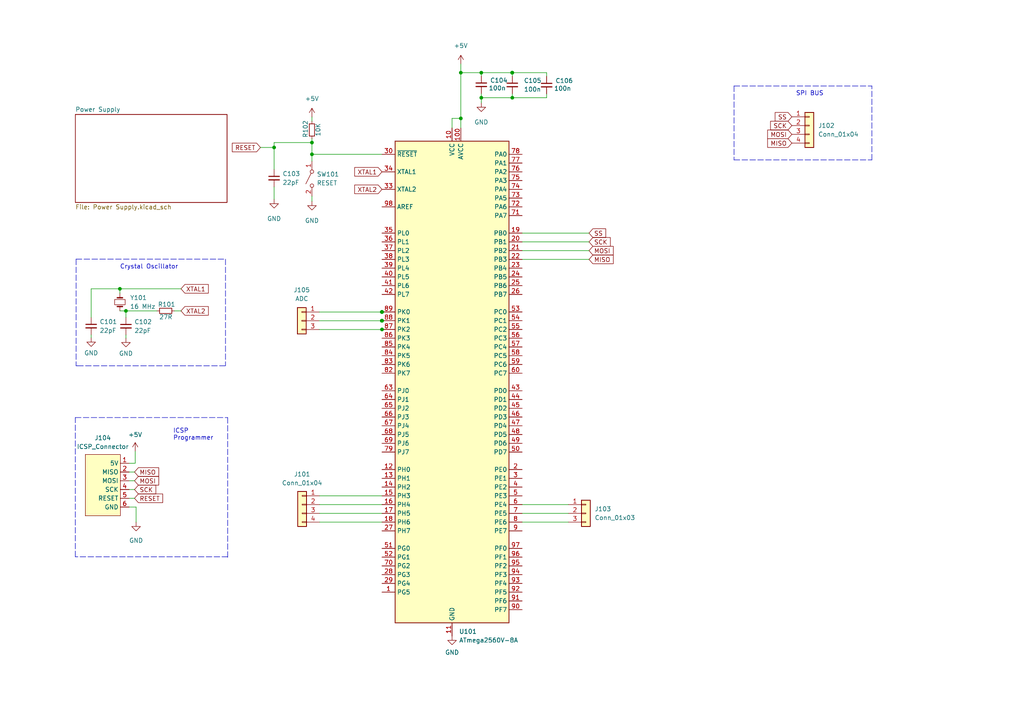
<source format=kicad_sch>
(kicad_sch (version 20211123) (generator eeschema)
  (paper "A4")
  (lib_symbols
    (symbol "Connector_Generic:Conn_01x03" (pin_names (offset 1.016) hide)
      (property "Reference" "J" (at 0 5.08 0))
      (property "Value" "Conn_01x03" (at 0 -5.08 0))
      (symbol "Conn_01x03_1_1"
        (rectangle (start -1.27 -2.413) (end 0 -2.667) (stroke (width 0.1524)))
        (rectangle (start -1.27 0.127) (end 0 -0.127) (stroke (width 0.1524)))
        (rectangle (start -1.27 2.667) (end 0 2.413) (stroke (width 0.1524)))
        (rectangle (start -1.27 3.81) (end 1.27 -3.81) (stroke (width 0.254)) (fill (type background)))
        (pin passive line (at -5.08 2.54 0) (length 3.81) (name "Pin_1") (number "1"))
        (pin passive line (at -5.08 0 0) (length 3.81) (name "Pin_2") (number "2"))
        (pin passive line (at -5.08 -2.54 0) (length 3.81) (name "Pin_3") (number "3"))
      )
    )
    (symbol "Connector_Generic:Conn_01x04" (pin_names (offset 1.016) hide)
      (property "Reference" "J" (at 0 5.08 0))
      (property "Value" "Conn_01x04" (at 0 -7.62 0))
      (symbol "Conn_01x04_1_1"
        (rectangle (start -1.27 -4.953) (end 0 -5.207) (stroke (width 0.1524)))
        (rectangle (start -1.27 -2.413) (end 0 -2.667) (stroke (width 0.1524)))
        (rectangle (start -1.27 0.127) (end 0 -0.127) (stroke (width 0.1524)))
        (rectangle (start -1.27 2.667) (end 0 2.413) (stroke (width 0.1524)))
        (rectangle (start -1.27 3.81) (end 1.27 -6.35) (stroke (width 0.254)) (fill (type background)))
        (pin passive line (at -5.08 2.54 0) (length 3.81) (name "Pin_1") (number "1"))
        (pin passive line (at -5.08 0 0) (length 3.81) (name "Pin_2") (number "2"))
        (pin passive line (at -5.08 -2.54 0) (length 3.81) (name "Pin_3") (number "3"))
        (pin passive line (at -5.08 -5.08 0) (length 3.81) (name "Pin_4") (number "4"))
      )
    )
    (symbol "Device:C_Small" (pin_numbers hide) (pin_names (offset 0.254) hide)
      (property "Reference" "C" (at 0.254 1.778 0))
      (property "Value" "C_Small" (at 0.254 -2.032 0))
      (symbol "C_Small_0_1"
        (polyline (pts (xy -1.524 -0.508) (xy 1.524 -0.508)) (stroke (width 0.3302)))
        (polyline (pts (xy -1.524 0.508) (xy 1.524 0.508)) (stroke (width 0.3048)))
      )
      (symbol "C_Small_1_1"
        (pin passive line (at 0 2.54 270) (length 2.032) (name "~") (number "1"))
        (pin passive line (at 0 -2.54 90) (length 2.032) (name "~") (number "2"))
      )
    )
    (symbol "Device:Crystal_Small" (pin_numbers hide) (pin_names (offset 1.016) hide)
      (property "Reference" "Y" (at 0 2.54 0))
      (property "Value" "Crystal_Small" (at 0 -2.54 0))
      (symbol "Crystal_Small_0_1"
        (rectangle (start -0.762 -1.524) (end 0.762 1.524))
        (polyline (pts (xy -1.27 -0.762) (xy -1.27 0.762)) (stroke (width 0.381)))
        (polyline (pts (xy 1.27 -0.762) (xy 1.27 0.762)) (stroke (width 0.381)))
      )
      (symbol "Crystal_Small_1_1"
        (pin passive line (at -2.54 0 0) (length 1.27) (name "1") (number "1"))
        (pin passive line (at 2.54 0 180) (length 1.27) (name "2") (number "2"))
      )
    )
    (symbol "Device:R_Small" (pin_numbers hide) (pin_names (offset 0.254) hide)
      (property "Reference" "R" (at 0.762 0.508 0))
      (property "Value" "R_Small" (at 0.762 -1.016 0))
      (symbol "R_Small_0_1"
        (rectangle (start -0.762 1.778) (end 0.762 -1.778) (stroke (width 0.2032)))
      )
      (symbol "R_Small_1_1"
        (pin passive line (at 0 2.54 270) (length 0.762) (name "~") (number "1"))
        (pin passive line (at 0 -2.54 90) (length 0.762) (name "~") (number "2"))
      )
    )
    (symbol "MCU_Microchip_ATmega:ATmega2560V-8A"
      (property "Reference" "U" (at 0 1.27 0))
      (property "Value" "ATmega2560V-8A" (at 0 -1.27 0))
      (symbol "ATmega2560V-8A_0_1"
        (rectangle (start -16.51 -69.85) (end 16.51 69.85) (stroke (width 0.254)) (fill (type background)))
      )
      (symbol "ATmega2560V-8A_1_1"
        (pin bidirectional line (at -20.32 -60.96 0) (length 3.81) (name "PG5") (number "1"))
        (pin power_in line (at 0 73.66 270) (length 3.81) (name "VCC") (number "10"))
        (pin power_in line (at 2.54 73.66 270) (length 3.81) (name "AVCC") (number "100"))
        (pin power_in line (at 0 -73.66 90) (length 3.81) (name "GND") (number "11"))
        (pin bidirectional line (at -20.32 -25.4 0) (length 3.81) (name "PH0") (number "12"))
        (pin bidirectional line (at -20.32 -27.94 0) (length 3.81) (name "PH1") (number "13"))
        (pin bidirectional line (at -20.32 -30.48 0) (length 3.81) (name "PH2") (number "14"))
        (pin bidirectional line (at -20.32 -33.02 0) (length 3.81) (name "PH3") (number "15"))
        (pin bidirectional line (at -20.32 -35.56 0) (length 3.81) (name "PH4") (number "16"))
        (pin bidirectional line (at -20.32 -38.1 0) (length 3.81) (name "PH5") (number "17"))
        (pin bidirectional line (at -20.32 -40.64 0) (length 3.81) (name "PH6") (number "18"))
        (pin bidirectional line (at 20.32 43.18 180) (length 3.81) (name "PB0") (number "19"))
        (pin bidirectional line (at 20.32 -25.4 180) (length 3.81) (name "PE0") (number "2"))
        (pin bidirectional line (at 20.32 40.64 180) (length 3.81) (name "PB1") (number "20"))
        (pin bidirectional line (at 20.32 38.1 180) (length 3.81) (name "PB2") (number "21"))
        (pin bidirectional line (at 20.32 35.56 180) (length 3.81) (name "PB3") (number "22"))
        (pin bidirectional line (at 20.32 33.02 180) (length 3.81) (name "PB4") (number "23"))
        (pin bidirectional line (at 20.32 30.48 180) (length 3.81) (name "PB5") (number "24"))
        (pin bidirectional line (at 20.32 27.94 180) (length 3.81) (name "PB6") (number "25"))
        (pin bidirectional line (at 20.32 25.4 180) (length 3.81) (name "PB7") (number "26"))
        (pin bidirectional line (at -20.32 -43.18 0) (length 3.81) (name "PH7") (number "27"))
        (pin bidirectional line (at -20.32 -55.88 0) (length 3.81) (name "PG3") (number "28"))
        (pin bidirectional line (at -20.32 -58.42 0) (length 3.81) (name "PG4") (number "29"))
        (pin bidirectional line (at 20.32 -27.94 180) (length 3.81) (name "PE1") (number "3"))
        (pin input line (at -20.32 66.04 0) (length 3.81) (name "~{RESET}") (number "30"))
        (pin passive line (at 0 73.66 270) (length 3.81) hide (name "VCC") (number "31"))
        (pin passive line (at 0 -73.66 90) (length 3.81) hide (name "GND") (number "32"))
        (pin output line (at -20.32 55.88 0) (length 3.81) (name "XTAL2") (number "33"))
        (pin input line (at -20.32 60.96 0) (length 3.81) (name "XTAL1") (number "34"))
        (pin bidirectional line (at -20.32 43.18 0) (length 3.81) (name "PL0") (number "35"))
        (pin bidirectional line (at -20.32 40.64 0) (length 3.81) (name "PL1") (number "36"))
        (pin bidirectional line (at -20.32 38.1 0) (length 3.81) (name "PL2") (number "37"))
        (pin bidirectional line (at -20.32 35.56 0) (length 3.81) (name "PL3") (number "38"))
        (pin bidirectional line (at -20.32 33.02 0) (length 3.81) (name "PL4") (number "39"))
        (pin bidirectional line (at 20.32 -30.48 180) (length 3.81) (name "PE2") (number "4"))
        (pin bidirectional line (at -20.32 30.48 0) (length 3.81) (name "PL5") (number "40"))
        (pin bidirectional line (at -20.32 27.94 0) (length 3.81) (name "PL6") (number "41"))
        (pin bidirectional line (at -20.32 25.4 0) (length 3.81) (name "PL7") (number "42"))
        (pin bidirectional line (at 20.32 -2.54 180) (length 3.81) (name "PD0") (number "43"))
        (pin bidirectional line (at 20.32 -5.08 180) (length 3.81) (name "PD1") (number "44"))
        (pin bidirectional line (at 20.32 -7.62 180) (length 3.81) (name "PD2") (number "45"))
        (pin bidirectional line (at 20.32 -10.16 180) (length 3.81) (name "PD3") (number "46"))
        (pin bidirectional line (at 20.32 -12.7 180) (length 3.81) (name "PD4") (number "47"))
        (pin bidirectional line (at 20.32 -15.24 180) (length 3.81) (name "PD5") (number "48"))
        (pin bidirectional line (at 20.32 -17.78 180) (length 3.81) (name "PD6") (number "49"))
        (pin bidirectional line (at 20.32 -33.02 180) (length 3.81) (name "PE3") (number "5"))
        (pin bidirectional line (at 20.32 -20.32 180) (length 3.81) (name "PD7") (number "50"))
        (pin bidirectional line (at -20.32 -48.26 0) (length 3.81) (name "PG0") (number "51"))
        (pin bidirectional line (at -20.32 -50.8 0) (length 3.81) (name "PG1") (number "52"))
        (pin bidirectional line (at 20.32 20.32 180) (length 3.81) (name "PC0") (number "53"))
        (pin bidirectional line (at 20.32 17.78 180) (length 3.81) (name "PC1") (number "54"))
        (pin bidirectional line (at 20.32 15.24 180) (length 3.81) (name "PC2") (number "55"))
        (pin bidirectional line (at 20.32 12.7 180) (length 3.81) (name "PC3") (number "56"))
        (pin bidirectional line (at 20.32 10.16 180) (length 3.81) (name "PC4") (number "57"))
        (pin bidirectional line (at 20.32 7.62 180) (length 3.81) (name "PC5") (number "58"))
        (pin bidirectional line (at 20.32 5.08 180) (length 3.81) (name "PC6") (number "59"))
        (pin bidirectional line (at 20.32 -35.56 180) (length 3.81) (name "PE4") (number "6"))
        (pin bidirectional line (at 20.32 2.54 180) (length 3.81) (name "PC7") (number "60"))
        (pin passive line (at 0 73.66 270) (length 3.81) hide (name "VCC") (number "61"))
        (pin passive line (at 0 -73.66 90) (length 3.81) hide (name "GND") (number "62"))
        (pin bidirectional line (at -20.32 -2.54 0) (length 3.81) (name "PJ0") (number "63"))
        (pin bidirectional line (at -20.32 -5.08 0) (length 3.81) (name "PJ1") (number "64"))
        (pin bidirectional line (at -20.32 -7.62 0) (length 3.81) (name "PJ2") (number "65"))
        (pin bidirectional line (at -20.32 -10.16 0) (length 3.81) (name "PJ3") (number "66"))
        (pin bidirectional line (at -20.32 -12.7 0) (length 3.81) (name "PJ4") (number "67"))
        (pin bidirectional line (at -20.32 -15.24 0) (length 3.81) (name "PJ5") (number "68"))
        (pin bidirectional line (at -20.32 -17.78 0) (length 3.81) (name "PJ6") (number "69"))
        (pin bidirectional line (at 20.32 -38.1 180) (length 3.81) (name "PE5") (number "7"))
        (pin bidirectional line (at -20.32 -53.34 0) (length 3.81) (name "PG2") (number "70"))
        (pin bidirectional line (at 20.32 48.26 180) (length 3.81) (name "PA7") (number "71"))
        (pin bidirectional line (at 20.32 50.8 180) (length 3.81) (name "PA6") (number "72"))
        (pin bidirectional line (at 20.32 53.34 180) (length 3.81) (name "PA5") (number "73"))
        (pin bidirectional line (at 20.32 55.88 180) (length 3.81) (name "PA4") (number "74"))
        (pin bidirectional line (at 20.32 58.42 180) (length 3.81) (name "PA3") (number "75"))
        (pin bidirectional line (at 20.32 60.96 180) (length 3.81) (name "PA2") (number "76"))
        (pin bidirectional line (at 20.32 63.5 180) (length 3.81) (name "PA1") (number "77"))
        (pin bidirectional line (at 20.32 66.04 180) (length 3.81) (name "PA0") (number "78"))
        (pin bidirectional line (at -20.32 -20.32 0) (length 3.81) (name "PJ7") (number "79"))
        (pin bidirectional line (at 20.32 -40.64 180) (length 3.81) (name "PE6") (number "8"))
        (pin passive line (at 0 73.66 270) (length 3.81) hide (name "VCC") (number "80"))
        (pin passive line (at 0 -73.66 90) (length 3.81) hide (name "GND") (number "81"))
        (pin bidirectional line (at -20.32 2.54 0) (length 3.81) (name "PK7") (number "82"))
        (pin bidirectional line (at -20.32 5.08 0) (length 3.81) (name "PK6") (number "83"))
        (pin bidirectional line (at -20.32 7.62 0) (length 3.81) (name "PK5") (number "84"))
        (pin bidirectional line (at -20.32 10.16 0) (length 3.81) (name "PK4") (number "85"))
        (pin bidirectional line (at -20.32 12.7 0) (length 3.81) (name "PK3") (number "86"))
        (pin bidirectional line (at -20.32 15.24 0) (length 3.81) (name "PK2") (number "87"))
        (pin bidirectional line (at -20.32 17.78 0) (length 3.81) (name "PK1") (number "88"))
        (pin bidirectional line (at -20.32 20.32 0) (length 3.81) (name "PK0") (number "89"))
        (pin bidirectional line (at 20.32 -43.18 180) (length 3.81) (name "PE7") (number "9"))
        (pin bidirectional line (at 20.32 -66.04 180) (length 3.81) (name "PF7") (number "90"))
        (pin bidirectional line (at 20.32 -63.5 180) (length 3.81) (name "PF6") (number "91"))
        (pin bidirectional line (at 20.32 -60.96 180) (length 3.81) (name "PF5") (number "92"))
        (pin bidirectional line (at 20.32 -58.42 180) (length 3.81) (name "PF4") (number "93"))
        (pin bidirectional line (at 20.32 -55.88 180) (length 3.81) (name "PF3") (number "94"))
        (pin bidirectional line (at 20.32 -53.34 180) (length 3.81) (name "PF2") (number "95"))
        (pin bidirectional line (at 20.32 -50.8 180) (length 3.81) (name "PF1") (number "96"))
        (pin bidirectional line (at 20.32 -48.26 180) (length 3.81) (name "PF0") (number "97"))
        (pin passive line (at -20.32 50.8 0) (length 3.81) (name "AREF") (number "98"))
        (pin passive line (at 0 -73.66 90) (length 3.81) hide (name "GND") (number "99"))
      )
    )
    (symbol "Switch:SW_SPST" (pin_names (offset 0) hide)
      (property "Reference" "SW" (at 0 3.175 0))
      (property "Value" "SW_SPST" (at 0 -2.54 0))
      (symbol "SW_SPST_0_0"
        (circle (center -2.032 0) (radius 0.508))
        (polyline (pts (xy -1.524 0.254) (xy 1.524 1.778)))
        (circle (center 2.032 0) (radius 0.508))
      )
      (symbol "SW_SPST_1_1"
        (pin passive line (at -5.08 0 0) (length 2.54) (name "A") (number "1"))
        (pin passive line (at 5.08 0 180) (length 2.54) (name "B") (number "2"))
      )
    )
    (symbol "Symbols:ICSP_Connector"
      (property "Reference" "J" (at 0 15.24 0))
      (property "Value" "ICSP_Connector" (at 0 -7.62 0))
      (symbol "ICSP_Connector_0_1"
        (rectangle (start 2.54 12.7) (end 12.7 -5.08) (fill (type background)))
      )
      (symbol "ICSP_Connector_1_1"
        (pin power_in line (at 0 10.16 0) (length 2.54) (name "5V") (number "1"))
        (pin input line (at 0 7.62 0) (length 2.54) (name "MISO") (number "2"))
        (pin output line (at 0 5.08 0) (length 2.54) (name "MOSI") (number "3"))
        (pin passive line (at 0 2.54 0) (length 2.54) (name "SCK") (number "4"))
        (pin passive line (at 0 0 0) (length 2.54) (name "RESET") (number "5"))
        (pin power_in line (at 0 -2.54 0) (length 2.54) (name "GND") (number "6"))
      )
    )
    (symbol "power:+5V" (power) (pin_names (offset 0))
      (property "Value" "+5V" (at 0 3.556 0))
      (symbol "+5V_0_1"
        (polyline (pts (xy -0.762 1.27) (xy 0 2.54)))
        (polyline (pts (xy 0 0) (xy 0 2.54)))
        (polyline (pts (xy 0 2.54) (xy 0.762 1.27)))
      )
      (symbol "+5V_1_1"
        (pin power_in line (at 0 0 90) (length 0) hide (name "+5V") (number "1"))
      )
    )
    (symbol "power:GND" (power) (pin_names (offset 0))
      (property "Value" "GND" (at 0 -3.81 0))
      (symbol "GND_0_1"
        (polyline (pts (xy 0 0) (xy 0 -1.27) (xy 1.27 -1.27) (xy 0 -2.54) (xy -1.27 -1.27) (xy 0 -1.27)))
      )
      (symbol "GND_1_1"
        (pin power_in line (at 0 0 270) (length 0) hide (name "GND") (number "1"))
      )
    )
  )
  (junction (at 110.7948 93.0148))
  (junction (at 110.7694 93.0148))
  (junction (at 36.5252 90.17))
  (junction (at 139.5984 21.082))
  (junction (at 148.59 28.3464))
  (junction (at 110.7694 90.4748))
  (junction (at 139.5984 28.3464))
  (junction (at 148.5392 21.082))
  (junction (at 110.7694 90.5002))
  (junction (at 133.6548 21.082))
  (junction (at 34.7726 83.7692))
  (junction (at 148.59 21.082))
  (junction (at 110.7694 93.0402))
  (junction (at 110.7948 95.5548))
  (junction (at 90.4748 41.3512))
  (junction (at 79.502 42.7736))
  (junction (at 90.4748 44.7548))
  (junction (at 110.7948 90.4748))
  (junction (at 133.6548 34.3408))
  (wire (pts (xy 90.4748 41.3512) (xy 90.4748 44.7548)))
  (wire (pts (xy 133.6548 34.3408) (xy 133.6548 37.1348)))
  (wire (pts (xy 148.59 21.082) (xy 148.59 22.098)))
  (wire (pts (xy 26.4414 83.7692) (xy 26.4414 92.0496)))
  (wire (pts (xy 158.5468 28.3464) (xy 148.59 28.3464)))
  (wire (pts (xy 90.4748 44.7548) (xy 110.7948 44.7548)))
  (wire (pts (xy 90.4748 33.9344) (xy 90.4748 35.1536)))
  (wire (pts (xy 170.8404 67.6148) (xy 151.4348 67.6148)))
  (wire (pts (xy 148.59 27.178) (xy 148.59 28.3464)))
  (polyline (pts (xy 22.0726 75.1586) (xy 22.0726 106.0958)))
  (polyline (pts (xy 66.04 161.4932) (xy 21.844 161.4932)))
  (wire (pts (xy 39.2176 130.9116) (xy 39.2176 134.366)))
  (wire (pts (xy 52.5018 90.17) (xy 50.5968 90.17)))
  (wire (pts (xy 110.7694 90.4748) (xy 110.7948 90.4748)))
  (wire (pts (xy 131.1148 37.1348) (xy 131.1148 34.3408)))
  (wire (pts (xy 110.7948 95.5802) (xy 110.7948 95.5548)))
  (wire (pts (xy 110.7694 90.5002) (xy 110.7694 90.4748)))
  (wire (pts (xy 39.0144 141.986) (xy 37.4396 141.986)))
  (wire (pts (xy 133.6548 21.082) (xy 133.6548 34.3408)))
  (wire (pts (xy 36.5252 90.17) (xy 45.5168 90.17)))
  (wire (pts (xy 92.71 151.4348) (xy 110.7948 151.4348)))
  (polyline (pts (xy 212.9028 46.3804) (xy 252.8824 46.3804)))
  (wire (pts (xy 36.5252 90.17) (xy 36.5252 92.075)))
  (wire (pts (xy 158.5468 27.2288) (xy 158.5468 28.3464)))
  (wire (pts (xy 34.7726 90.17) (xy 36.5252 90.17)))
  (wire (pts (xy 164.846 146.3548) (xy 151.4348 146.3548)))
  (wire (pts (xy 110.7694 93.0148) (xy 110.7948 93.0148)))
  (wire (pts (xy 92.6084 90.5002) (xy 110.7694 90.5002)))
  (wire (pts (xy 170.8404 72.6948) (xy 151.4348 72.6948)))
  (wire (pts (xy 92.71 148.8948) (xy 110.7948 148.8948)))
  (polyline (pts (xy 212.9028 24.9428) (xy 212.9028 46.3804)))
  (wire (pts (xy 148.59 21.082) (xy 158.5468 21.082)))
  (polyline (pts (xy 22.0726 106.0958) (xy 22.479 106.0958)))
  (wire (pts (xy 90.4748 41.3512) (xy 79.502 41.3512)))
  (polyline (pts (xy 21.844 161.4932) (xy 21.844 121.1072)))
  (wire (pts (xy 148.59 28.3464) (xy 139.5984 28.3464)))
  (wire (pts (xy 39.0144 144.526) (xy 37.4396 144.526)))
  (wire (pts (xy 34.7726 83.7692) (xy 52.5018 83.7692)))
  (wire (pts (xy 133.6548 18.5674) (xy 133.6548 21.082)))
  (polyline (pts (xy 65.405 75.1586) (xy 65.405 106.0958)))
  (wire (pts (xy 79.502 42.7736) (xy 79.502 49.1236)))
  (wire (pts (xy 79.502 57.8104) (xy 79.502 54.2036)))
  (wire (pts (xy 133.6548 21.082) (xy 139.5984 21.082)))
  (wire (pts (xy 92.71 143.8148) (xy 110.7948 143.8148)))
  (wire (pts (xy 39.0144 136.906) (xy 37.4396 136.906)))
  (wire (pts (xy 148.5392 21.082) (xy 148.59 21.082)))
  (wire (pts (xy 90.4748 40.2336) (xy 90.4748 41.3512)))
  (wire (pts (xy 75.5396 42.7736) (xy 79.502 42.7736)))
  (polyline (pts (xy 66.04 121.1072) (xy 66.04 161.8996)))
  (wire (pts (xy 110.7694 93.0148) (xy 110.7694 93.0402)))
  (wire (pts (xy 92.6084 93.0402) (xy 110.7694 93.0402)))
  (wire (pts (xy 170.8404 75.2348) (xy 151.4348 75.2348)))
  (wire (pts (xy 90.4748 44.7548) (xy 90.4748 46.736)))
  (wire (pts (xy 92.6084 95.5802) (xy 110.7948 95.5802)))
  (wire (pts (xy 139.5984 21.082) (xy 148.5392 21.082)))
  (wire (pts (xy 39.0144 139.446) (xy 37.4396 139.446)))
  (wire (pts (xy 90.4748 58.3692) (xy 90.4748 56.896)))
  (polyline (pts (xy 252.8824 46.3804) (xy 252.8824 24.9428)))
  (wire (pts (xy 39.4716 151.4348) (xy 39.4716 147.066)))
  (wire (pts (xy 164.846 148.8948) (xy 151.4348 148.8948)))
  (wire (pts (xy 170.8404 70.1548) (xy 151.4348 70.1548)))
  (wire (pts (xy 79.502 41.3512) (xy 79.502 42.7736)))
  (polyline (pts (xy 212.9028 24.9428) (xy 252.8824 24.9428)))
  (wire (pts (xy 39.2176 134.366) (xy 37.4396 134.366)))
  (wire (pts (xy 39.4716 147.066) (xy 37.4396 147.066)))
  (polyline (pts (xy 22.5044 106.0958) (xy 65.405 106.0958)))
  (wire (pts (xy 34.7726 83.7692) (xy 26.4414 83.7692)))
  (wire (pts (xy 34.7726 85.09) (xy 34.7726 83.7692)))
  (wire (pts (xy 164.846 151.4348) (xy 151.4348 151.4348)))
  (polyline (pts (xy 22.0726 75.1586) (xy 65.405 75.1586)))
  (wire (pts (xy 139.5984 29.8196) (xy 139.5984 28.3464)))
  (wire (pts (xy 26.4414 97.9424) (xy 26.4414 97.1296)))
  (wire (pts (xy 158.5468 21.082) (xy 158.5468 22.1488)))
  (wire (pts (xy 92.71 146.3548) (xy 110.7948 146.3548)))
  (wire (pts (xy 131.1148 34.3408) (xy 133.6548 34.3408)))
  (polyline (pts (xy 21.844 121.1072) (xy 66.04 121.1072)))
  (wire (pts (xy 139.5984 28.3464) (xy 139.5984 27.1272)))
  (wire (pts (xy 139.5984 21.082) (xy 139.5984 22.0472)))
  (wire (pts (xy 36.5252 98.0694) (xy 36.5252 97.155)))
  (text "Crystal Oscillator\n" (at 34.7726 78.2066 0) (effects (font (size 1.27 1.27)) (justify left bottom)))
  (text "SPI BUS" (at 230.8352 27.94 0) (effects (font (size 1.27 1.27)) (justify left bottom)))
  (text "ICSP \nProgrammer\n" (at 50.1904 127.8636 0) (effects (font (size 1.27 1.27)) (justify left bottom)))
  (global_label "MOSI" (shape input) (at 39.0144 139.446 0) (property "Intersheet References" "${INTERSHEET_REFS}" (effects hide)))
  (global_label "SCK" (shape input) (at 39.0144 141.986 0) (property "Intersheet References" "${INTERSHEET_REFS}" (effects hide)))
  (global_label "MISO" (shape input) (at 39.0144 136.906 0) (property "Intersheet References" "${INTERSHEET_REFS}" (effects hide)))
  (global_label "MOSI" (shape input) (at 229.6668 38.9636 180) (property "Intersheet References" "${INTERSHEET_REFS}" (effects hide)))
  (global_label "XTAL1" (shape input) (at 52.5018 83.7692 0) (property "Intersheet References" "${INTERSHEET_REFS}" (effects hide)))
  (global_label "MISO" (shape input) (at 229.6668 41.5036 180) (property "Intersheet References" "${INTERSHEET_REFS}" (effects hide)))
  (global_label "RESET" (shape input) (at 39.0144 144.526 0) (property "Intersheet References" "${INTERSHEET_REFS}" (effects hide)))
  (global_label "MOSI" (shape input) (at 170.8404 72.6948 0) (property "Intersheet References" "${INTERSHEET_REFS}" (effects hide)))
  (global_label "SS" (shape input) (at 229.6668 33.8836 180) (property "Intersheet References" "${INTERSHEET_REFS}" (effects hide)))
  (global_label "XTAL1" (shape input) (at 110.7948 49.8348 180) (property "Intersheet References" "${INTERSHEET_REFS}" (effects hide)))
  (global_label "MISO" (shape input) (at 170.8404 75.2348 0) (property "Intersheet References" "${INTERSHEET_REFS}" (effects hide)))
  (global_label "RESET" (shape input) (at 75.5396 42.7736 180) (property "Intersheet References" "${INTERSHEET_REFS}" (effects hide)))
  (global_label "XTAL2" (shape input) (at 52.5018 90.17 0) (property "Intersheet References" "${INTERSHEET_REFS}" (effects hide)))
  (global_label "SCK" (shape input) (at 170.8404 70.1548 0) (property "Intersheet References" "${INTERSHEET_REFS}" (effects hide)))
  (global_label "SS" (shape input) (at 170.8404 67.6148 0) (property "Intersheet References" "${INTERSHEET_REFS}" (effects hide)))
  (global_label "XTAL2" (shape input) (at 110.7948 54.9148 180) (property "Intersheet References" "${INTERSHEET_REFS}" (effects hide)))
  (global_label "SCK" (shape input) (at 229.6668 36.4236 180) (property "Intersheet References" "${INTERSHEET_REFS}" (effects hide)))
  (symbol (lib_id "Device:C_Small") (at 158.5468 24.6888 0) (unit 1)
    (property "Reference" "C106" (at 161.0868 23.4188 0) (effects (justify left)))
    (property "Value" "100n" (at 160.6804 25.654 0) (effects (justify left)))
    (property "Footprint" "Capacitor_SMD:C_0402_1005Metric" (effects hide))
    (property "Manufacturer Part No." "C0402C104K4PAC7867" (effects hide))
  )
  (symbol (lib_id "Device:C_Small") (at 79.502 51.6636 0) (unit 1)
    (property "Reference" "C103" (at 81.9404 50.3998 0) (effects (justify left)))
    (property "Value" "22pF" (at 81.9404 52.9398 0) (effects (justify left)))
    (property "Footprint" "Capacitor_SMD:C_0402_1005Metric" (effects hide))
    (property "Manufacturer Part No." "04023A220KAT2A" (effects hide))
  )
  (symbol (lib_id "MCU_Microchip_ATmega:ATmega2560V-8A") (at 131.1148 110.7948 0) (unit 1)
    (property "Reference" "U101" (at 133.1342 183.1594 0) (effects (justify left)))
    (property "Value" "ATmega2560V-8A" (at 133.1342 185.6994 0) (effects (justify left)))
    (property "Footprint" "Package_QFP:TQFP-100_14x14mm_P0.5mm" (effects hide))
    (property "Datasheet" "http://ww1.microchip.com/downloads/en/DeviceDoc/Atmel-2549-8-bit-AVR-Microcontroller-ATmega640-1280-1281-2560-2561_datasheet.pdf" (effects hide))
    (property "Manufacturer Part No." "ATMEGA2560-16AU" (effects hide))
  )
  (symbol (lib_id "power:GND") (at 90.4748 58.3692 0) (unit 1)
    (property "Reference" "#PWR0107" (effects hide))
    (property "Value" "GND" (at 90.4748 63.9826 0))
  )
  (symbol (lib_id "Device:C_Small") (at 148.59 24.638 0) (unit 1)
    (property "Reference" "C105" (at 151.9428 23.3742 0) (effects (justify left)))
    (property "Value" "100n" (at 151.9428 25.9142 0) (effects (justify left)))
    (property "Footprint" "Capacitor_SMD:C_0402_1005Metric" (effects hide))
    (property "Manufacturer Part No." "C0402C104K4PAC7867" (effects hide))
  )
  (symbol (lib_id "Device:R_Small") (at 90.4748 37.6936 180) (unit 1)
    (property "Reference" "R102" (at 88.5952 37.4142 90))
    (property "Value" "10K" (at 92.2528 37.6428 90))
    (property "Footprint" "Resistor_SMD:R_0402_1005Metric" (effects hide))
    (property "Manufacturer Part No." "RNCF0402DTE10K0" (effects hide))
  )
  (symbol (lib_id "power:+5V") (at 90.4748 33.9344 0) (unit 1)
    (property "Reference" "#PWR0106" (effects hide))
    (property "Value" "+5V" (at 90.4748 28.6258 0))
  )
  (symbol (lib_id "power:+5V") (at 39.2176 130.9116 0) (unit 1)
    (property "Reference" "#PWR0103" (effects hide))
    (property "Value" "+5V" (at 39.2176 126.0856 0))
  )
  (symbol (lib_id "Connector_Generic:Conn_01x04") (at 87.63 146.3548 0) (mirror y) (unit 1)
    (property "Reference" "J101" (at 87.63 137.541 0))
    (property "Value" "Conn_01x04" (at 87.63 140.081 0))
    (property "Footprint" "Footprints:SIP-4_1mm Hole" (effects hide))
  )
  (symbol (lib_id "Device:C_Small") (at 139.5984 24.5872 0) (unit 1)
    (property "Reference" "C104" (at 142.1384 23.3172 0) (effects (justify left)))
    (property "Value" "100n" (at 141.732 25.5524 0) (effects (justify left)))
    (property "Footprint" "Capacitor_SMD:C_0402_1005Metric" (effects hide))
    (property "Manufacturer Part No." "C0402C104K4PAC7867" (effects hide))
  )
  (symbol (lib_id "Device:C_Small") (at 36.5252 94.615 0) (unit 1)
    (property "Reference" "C102" (at 38.9636 93.3512 0) (effects (justify left)))
    (property "Value" "22pF" (at 38.9636 95.8912 0) (effects (justify left)))
    (property "Footprint" "Capacitor_SMD:C_0402_1005Metric" (effects hide))
    (property "Manufacturer Part No." "04023A220KAT2A" (effects hide))
  )
  (symbol (lib_id "Connector_Generic:Conn_01x03") (at 169.926 148.8948 0) (unit 1)
    (property "Reference" "J103" (at 172.466 147.6247 0) (effects (justify left)))
    (property "Value" "Conn_01x03" (at 172.466 150.1647 0) (effects (justify left)))
    (property "Footprint" "Footprints:SIP-3_1mm Hole" (effects hide))
  )
  (symbol (lib_id "Switch:SW_SPST") (at 90.4748 51.816 90) (mirror x) (unit 1)
    (property "Reference" "SW101" (at 91.8718 50.5459 90) (effects (justify right)))
    (property "Value" "RESET" (at 91.8718 53.0859 90) (effects (justify right)))
    (property "Footprint" "Button_Switch_SMD:SW_SPST_PTS645" (effects hide))
    (property "Manufacturer Part No." "PTS645SL50SMTR92 LFS" (effects hide))
  )
  (symbol (lib_id "Connector_Generic:Conn_01x04") (at 234.7468 36.4236 0) (unit 1)
    (property "Reference" "J102" (at 237.2868 36.4235 0) (effects (justify left)))
    (property "Value" "Conn_01x04" (at 237.2868 38.9635 0) (effects (justify left)))
    (property "Footprint" "Footprints:SIP-4_1mm Hole" (effects hide))
  )
  (symbol (lib_id "Connector_Generic:Conn_01x03") (at 87.5284 93.0402 0) (mirror y) (unit 1)
    (property "Reference" "J105" (at 87.5284 84.0994 0))
    (property "Value" "ADC" (at 87.5284 86.6394 0))
    (property "Footprint" "Footprints:SIP-3_1mm Hole" (effects hide))
  )
  (symbol (lib_id "Device:C_Small") (at 26.4414 94.5896 0) (unit 1)
    (property "Reference" "C101" (at 28.8798 93.3258 0) (effects (justify left)))
    (property "Value" "22pF" (at 28.8798 95.8658 0) (effects (justify left)))
    (property "Footprint" "Capacitor_SMD:C_0402_1005Metric" (effects hide))
    (property "Manufacturer Part No." "04023A220KAT2A" (effects hide))
  )
  (symbol (lib_id "Device:Crystal_Small") (at 34.7726 87.63 90) (unit 1)
    (property "Reference" "Y101" (at 37.6936 86.3599 90) (effects (justify right)))
    (property "Value" "16 MHz" (at 37.6936 88.8999 90) (effects (justify right)))
    (property "Footprint" "Oscillator:XTAL_ECS-160-S-5PX-TR" (effects hide))
    (property "Manufacturer Part No." "16M20P2/49SMT" (effects hide))
  )
  (symbol (lib_id "power:GND") (at 131.1148 184.4548 0) (unit 1)
    (property "Reference" "#PWR0108" (effects hide))
    (property "Value" "GND" (at 131.1148 189.23 0))
  )
  (symbol (lib_id "power:GND") (at 36.5252 98.0694 0) (unit 1)
    (property "Reference" "#PWR0102" (effects hide))
    (property "Value" "GND" (at 36.5252 102.5144 0))
  )
  (symbol (lib_id "power:GND") (at 139.5984 29.8196 0) (unit 1)
    (property "Reference" "#PWR0110" (effects hide))
    (property "Value" "GND" (at 139.5984 35.433 0))
  )
  (symbol (lib_id "power:GND") (at 39.4716 151.4348 0) (unit 1)
    (property "Reference" "#PWR0104" (effects hide))
    (property "Value" "GND" (at 39.4716 156.7688 0))
  )
  (symbol (lib_id "Device:R_Small") (at 48.0568 90.17 90) (unit 1)
    (property "Reference" "R101" (at 48.3362 88.2904 90))
    (property "Value" "27R" (at 48.1076 91.948 90))
    (property "Footprint" "Resistor_SMD:R_0402_1005Metric" (effects hide))
    (property "Manufacturer Part No." "CRGCQ0402F27R" (effects hide))
  )
  (symbol (lib_id "power:GND") (at 26.4414 97.9424 0) (unit 1)
    (property "Reference" "#PWR0101" (effects hide))
    (property "Value" "GND" (at 26.4414 102.3874 0))
  )
  (symbol (lib_id "Symbols:ICSP_Connector") (at 37.4396 144.526 0) (mirror y) (unit 1)
    (property "Reference" "J104" (at 29.8196 127 0))
    (property "Value" "ICSP_Connector" (at 29.8196 129.54 0))
    (property "Footprint" "Footprints:SIP-6_1mm_2.54mm" (effects hide))
  )
  (symbol (lib_id "power:+5V") (at 133.6548 18.5674 0) (unit 1)
    (property "Reference" "#PWR0109" (effects hide))
    (property "Value" "+5V" (at 133.6548 13.2588 0))
  )
  (symbol (lib_id "power:GND") (at 79.502 57.8104 0) (unit 1)
    (property "Reference" "#PWR0105" (effects hide))
    (property "Value" "GND" (at 79.502 63.4238 0))
  )
  (sheet (at 21.844 33.1978) (size 44.0182 25.527) (stroke (width 0.1524))
    (property "Sheet name" "Power Supply" (at 21.844 32.4862 0) (effects (justify left bottom)))
    (property "Sheet file" "Power Supply.kicad_sch" (at 21.844 59.3094 0) (effects (justify left top)))
  )
)
</source>
